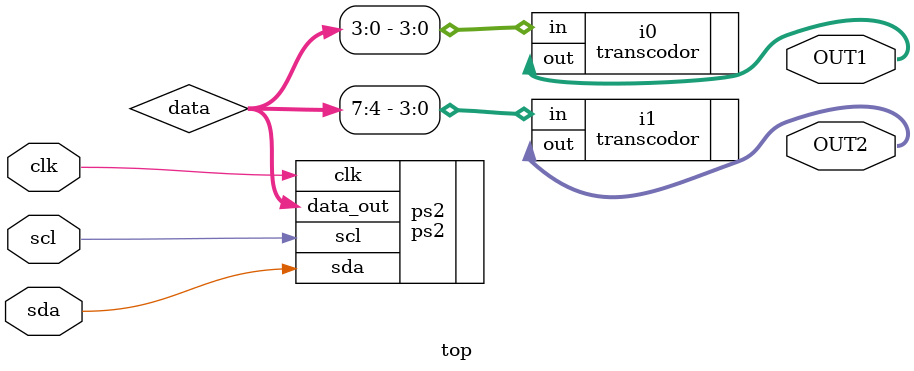
<source format=v>
module top(input clk,scl,sda,
output [6:0]OUT1,
output [6:0]OUT2);
wire [7:0]data;
ps2 ps2(.clk(clk),.scl(scl),.sda(sda),.data_out(data));
transcodor i0(.in(data[3:0]),.out(OUT1));
transcodor i1(.in(data[7:4]),.out(OUT2));
endmodule
</source>
